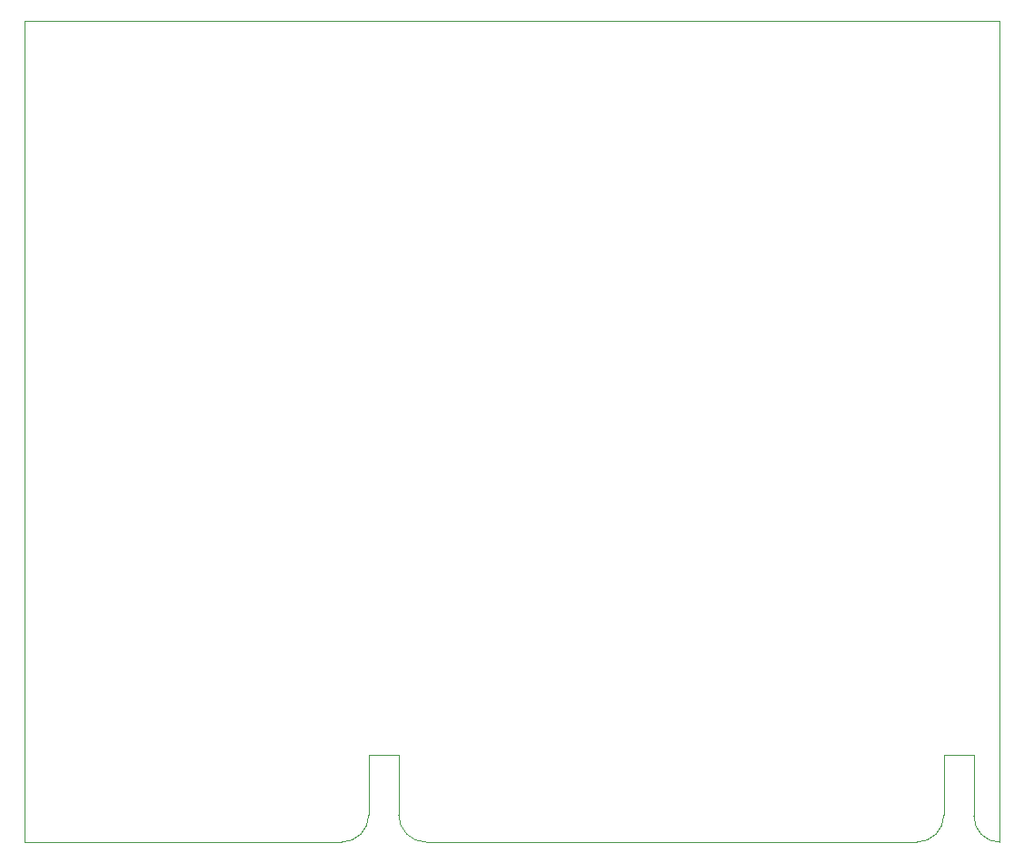
<source format=gm1>
G04 #@! TF.GenerationSoftware,KiCad,Pcbnew,5.1.5+dfsg1-2build2*
G04 #@! TF.CreationDate,2021-07-08T11:40:41+02:00*
G04 #@! TF.ProjectId,GraphixCard,47726170-6869-4784-9361-72642e6b6963,rev?*
G04 #@! TF.SameCoordinates,Original*
G04 #@! TF.FileFunction,Profile,NP*
%FSLAX46Y46*%
G04 Gerber Fmt 4.6, Leading zero omitted, Abs format (unit mm)*
G04 Created by KiCad (PCBNEW 5.1.5+dfsg1-2build2) date 2021-07-08 11:40:41*
%MOMM*%
%LPD*%
G04 APERTURE LIST*
%ADD10C,0.050000*%
G04 APERTURE END LIST*
D10*
X90868500Y-131826000D02*
X61341000Y-131826000D01*
X61341000Y-131826000D02*
X61341000Y-55245000D01*
X152209500Y-55245000D02*
X61341000Y-55245000D01*
X152209500Y-131826000D02*
X152209500Y-55245000D01*
X149796500Y-123698000D02*
X149796500Y-129413000D01*
X147002500Y-123698000D02*
X149796500Y-123698000D01*
X147002500Y-129286000D02*
X147002500Y-123698000D01*
X152209500Y-131826000D02*
G75*
G02X149796500Y-129413000I0J2413000D01*
G01*
X147002500Y-129286000D02*
G75*
G02X144462500Y-131826000I-2540000J0D01*
G01*
X93408500Y-129286000D02*
G75*
G02X90868500Y-131826000I-2540000J0D01*
G01*
X98742500Y-131826000D02*
G75*
G02X96202500Y-129286000I0J2540000D01*
G01*
X96202500Y-123698000D02*
X96202500Y-129286000D01*
X93408500Y-123698000D02*
X96202500Y-123698000D01*
X93408500Y-129286000D02*
X93408500Y-123698000D01*
X144462500Y-131826000D02*
X98742500Y-131826000D01*
M02*

</source>
